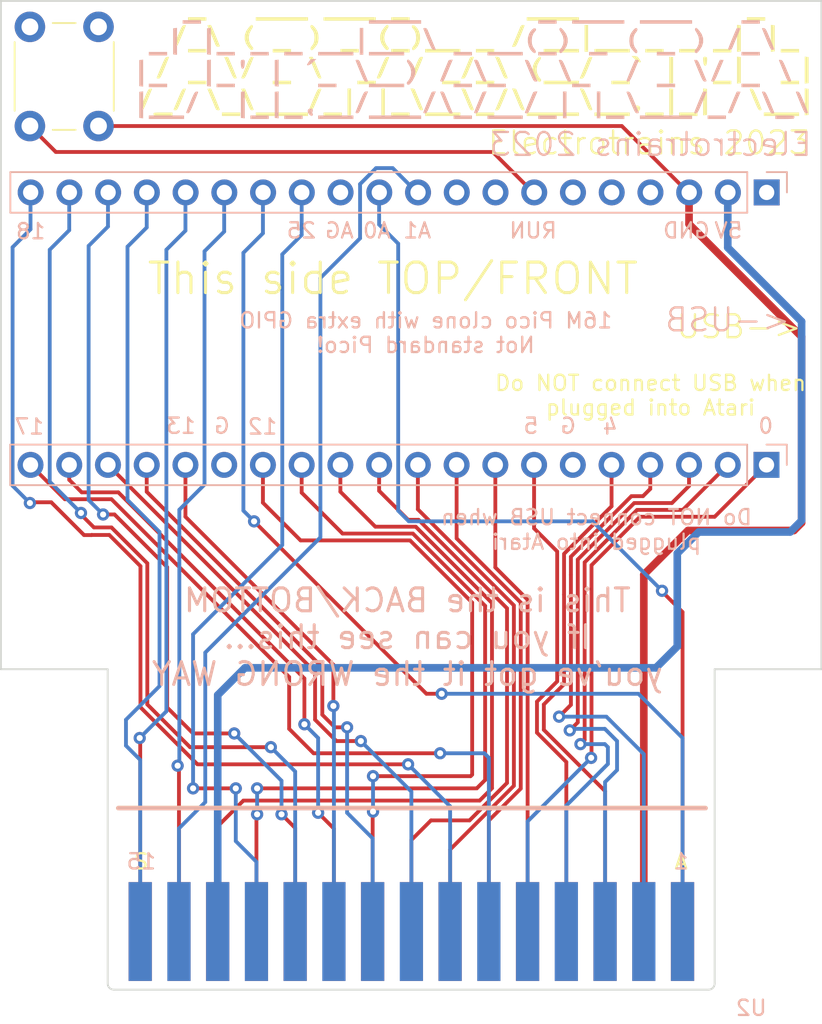
<source format=kicad_pcb>
(kicad_pcb (version 20211014) (generator pcbnew)
  (layers (0 "F.Cu" signal) (31 "B.Cu" signal) (34 "B.Paste" user) (35 "F.Paste" user) (36 "B.SilkS" user "B.Silkscreen") (37 "F.SilkS" user "F.Silkscreen") (38 "B.Mask" user) (39 "F.Mask" user) (44 "Edge.Cuts" user))
  (net 0 "")
  (net 1 "A0")
  (net 2 "A1")
  (net 3 "A2")
  (net 4 "A3")
  (net 5 "A4")
  (net 7 "A5")
  (net 8 "A6")
  (net 9 "A7")
  (net 10 "A8")
  (net 11 "A9")
  (net 12 "A10")
  (net 13 "A11")
  (net 14 "A12")
  (net 16 "D0")
  (net 17 "D1")
  (net 18 "D2")
  (net 19 "D3")
  (net 20 "D4")
  (net 22 "+5V")
  (net 23 "GND")
  (net 27 "RESET")
  (net 30 "RD5")
  (net 31 "RD4")
  (net 33 "{slash}S5")
  (net 34 "{slash}S4")
  (net 35 "R{slash}W")
  (net 36 "PHI2")
  (net 37 "CCTL")
  (net 38 "D7")
  (net 39 "D6")
  (net 40 "D5")
  (footprint "Button_Switch_THT:SW_PUSH_6mm_H8mm" (layer "F.Cu") (at 131.2 65.8 90)
    (fp_text reference "SW1" hide)
    (fp_text value "SW_Push")
    (pad "1" thru_hole circle (at 0 0 180) (size 2 2) (drill 1.1) (layers *.Cu *.Mask) (net 27 "RESET"))
    (pad "1" thru_hole circle (at 6.5 0 180) (size 2 2) (drill 1.1) (layers *.Cu *.Mask) (net 27 "RESET"))
    (pad "2" thru_hole circle (at 6.5 4.5 180) (size 2 2) (drill 1.1) (layers *.Cu *.Mask) (net 23 "GND"))
    (pad "2" thru_hole circle (at 0 4.5 180) (size 2 2) (drill 1.1) (layers *.Cu *.Mask) (net 23 "GND"))
  )
  (footprint "LOGO" (layer "F.Cu") (at 160.4 61.95)
    (fp_text reference "G***" hide)
    (fp_text value "LOGO" hide)
  )
  (footprint "Connector_PinSocket_2.54mm:PinSocket_1x20_P2.54mm_Vertical" (layer "B.Cu") (at 179.51 70.15 90)
    (fp_text reference "J8" hide)
    (fp_text value "Conn_01x20" hide)
    (pad "1" thru_hole rect (at 0 0 90) (size 1.7 1.7) (drill 1) (layers *.Cu *.Mask))
    (pad "2" thru_hole oval (at 0 -2.54 90) (size 1.7 1.7) (drill 1) (layers *.Cu *.Mask) (net 22 "+5V"))
    (pad "3" thru_hole oval (at 0 -5.08 90) (size 1.7 1.7) (drill 1) (layers *.Cu *.Mask) (net 23 "GND"))
    (pad "4" thru_hole oval (at 0 -7.62 90) (size 1.7 1.7) (drill 1) (layers *.Cu *.Mask))
    (pad "5" thru_hole oval (at 0 -10.16 90) (size 1.7 1.7) (drill 1) (layers *.Cu *.Mask))
    (pad "6" thru_hole oval (at 0 -12.7 90) (size 1.7 1.7) (drill 1) (layers *.Cu *.Mask))
    (pad "7" thru_hole oval (at 0 -15.24 90) (size 1.7 1.7) (drill 1) (layers *.Cu *.Mask) (net 27 "RESET"))
    (pad "8" thru_hole oval (at 0 -17.78 90) (size 1.7 1.7) (drill 1) (layers *.Cu *.Mask))
    (pad "9" thru_hole oval (at 0 -20.32 90) (size 1.7 1.7) (drill 1) (layers *.Cu *.Mask))
    (pad "10" thru_hole oval (at 0 -22.86 90) (size 1.7 1.7) (drill 1) (layers *.Cu *.Mask) (net 30 "RD5"))
    (pad "11" thru_hole oval (at 0 -25.4 90) (size 1.7 1.7) (drill 1) (layers *.Cu *.Mask) (net 31 "RD4"))
    (pad "12" thru_hole oval (at 0 -27.94 90) (size 1.7 1.7) (drill 1) (layers *.Cu *.Mask))
    (pad "13" thru_hole oval (at 0 -30.48 90) (size 1.7 1.7) (drill 1) (layers *.Cu *.Mask) (net 33 "{slash}S5"))
    (pad "14" thru_hole oval (at 0 -33.02 90) (size 1.7 1.7) (drill 1) (layers *.Cu *.Mask) (net 34 "{slash}S4"))
    (pad "15" thru_hole oval (at 0 -35.56 90) (size 1.7 1.7) (drill 1) (layers *.Cu *.Mask) (net 35 "R{slash}W"))
    (pad "16" thru_hole oval (at 0 -38.1 90) (size 1.7 1.7) (drill 1) (layers *.Cu *.Mask) (net 36 "PHI2"))
    (pad "17" thru_hole oval (at 0 -40.64 90) (size 1.7 1.7) (drill 1) (layers *.Cu *.Mask) (net 37 "CCTL"))
    (pad "18" thru_hole oval (at 0 -43.18 90) (size 1.7 1.7) (drill 1) (layers *.Cu *.Mask) (net 38 "D7"))
    (pad "19" thru_hole oval (at 0 -45.72 90) (size 1.7 1.7) (drill 1) (layers *.Cu *.Mask) (net 39 "D6"))
    (pad "20" thru_hole oval (at 0 -48.26 90) (size 1.7 1.7) (drill 1) (layers *.Cu *.Mask) (net 40 "D5"))
  )
  (footprint "LOGO" (layer "B.Cu") (at 160.232262 62.146266 180)
    (fp_text reference "G***" hide)
    (fp_text value "LOGO" hide)
  )
  (footprint "Connector_PinSocket_2.54mm:PinSocket_1x20_P2.54mm_Vertical" (layer "B.Cu") (at 179.499995 88.0075 90)
    (fp_text reference "J7" hide)
    (fp_text value "Conn_01x20" hide)
    (pad "1" thru_hole rect locked (at 0 0 90) (size 1.7 1.7) (drill 1) (layers *.Cu *.Mask) (net 1 "A0"))
    (pad "2" thru_hole oval locked (at 0 -2.54 90) (size 1.7 1.7) (drill 1) (layers *.Cu *.Mask) (net 2 "A1"))
    (pad "3" thru_hole oval locked (at 0 -5.08 90) (size 1.7 1.7) (drill 1) (layers *.Cu *.Mask) (net 3 "A2"))
    (pad "4" thru_hole oval locked (at 0 -7.62 90) (size 1.7 1.7) (drill 1) (layers *.Cu *.Mask) (net 4 "A3"))
    (pad "5" thru_hole oval locked (at 0 -10.16 90) (size 1.7 1.7) (drill 1) (layers *.Cu *.Mask) (net 5 "A4"))
    (pad "6" thru_hole oval locked (at 0 -12.7 90) (size 1.7 1.7) (drill 1) (layers *.Cu *.Mask))
    (pad "7" thru_hole oval locked (at 0 -15.24 90) (size 1.7 1.7) (drill 1) (layers *.Cu *.Mask) (net 7 "A5"))
    (pad "8" thru_hole oval locked (at 0 -17.78 90) (size 1.7 1.7) (drill 1) (layers *.Cu *.Mask) (net 8 "A6"))
    (pad "9" thru_hole oval locked (at 0 -20.32 90) (size 1.7 1.7) (drill 1) (layers *.Cu *.Mask) (net 9 "A7"))
    (pad "10" thru_hole oval locked (at 0 -22.86 90) (size 1.7 1.7) (drill 1) (layers *.Cu *.Mask) (net 10 "A8"))
    (pad "11" thru_hole oval locked (at 0 -25.4 90) (size 1.7 1.7) (drill 1) (layers *.Cu *.Mask) (net 11 "A9"))
    (pad "12" thru_hole oval locked (at 0 -27.94 90) (size 1.7 1.7) (drill 1) (layers *.Cu *.Mask) (net 12 "A10"))
    (pad "13" thru_hole oval locked (at 0 -30.48 90) (size 1.7 1.7) (drill 1) (layers *.Cu *.Mask) (net 13 "A11"))
    (pad "14" thru_hole oval locked (at 0 -33.02 90) (size 1.7 1.7) (drill 1) (layers *.Cu *.Mask) (net 14 "A12"))
    (pad "15" thru_hole oval locked (at 0 -35.56 90) (size 1.7 1.7) (drill 1) (layers *.Cu *.Mask))
    (pad "16" thru_hole oval locked (at 0 -38.1 90) (size 1.7 1.7) (drill 1) (layers *.Cu *.Mask) (net 16 "D0"))
    (pad "17" thru_hole oval locked (at 0 -40.64 90) (size 1.7 1.7) (drill 1) (layers *.Cu *.Mask) (net 17 "D1"))
    (pad "18" thru_hole oval locked (at 0 -43.18 90) (size 1.7 1.7) (drill 1) (layers *.Cu *.Mask) (net 18 "D2"))
    (pad "19" thru_hole oval locked (at 0 -45.72 90) (size 1.7 1.7) (drill 1) (layers *.Cu *.Mask) (net 19 "D3"))
    (pad "20" thru_hole oval locked (at 0 -48.26 90) (size 1.7 1.7) (drill 1) (layers *.Cu *.Mask) (net 20 "D4"))
  )
  (footprint "Atari 8-bit Cartridge:Atari8Cartridge MountHoles" (layer "B.Cu") (at 176.1 122.4 180)
    (fp_text reference "U2" (at -2.4 -1.2 unlocked) (layer "B.SilkS") (effects (justify mirror)))
    (fp_text value "Atari8Cartridge")
    (fp_text user "1" (at 2.2 8.4 unlocked) (layer "B.SilkS") (effects (justify mirror)))
    (fp_text user "15" (at 37.6 8.4 unlocked) (layer "B.SilkS") (effects (justify mirror)))
    (fp_text user "S" (at 37.6 8.4 unlocked) (layer "F.SilkS"))
    (fp_text user "A" (at 2.2 8.4 unlocked) (layer "F.SilkS"))
    (fp_line (start 0 0.4) (end 0 21) (layer "Edge.Cuts") (width 0.12))
    (fp_line (start -7 21) (end -7 64.8) (layer "Edge.Cuts") (width 0.12))
    (fp_line (start 46.8 21) (end 39.8 21) (layer "Edge.Cuts") (width 0.12))
    (fp_line (start -7 64.8) (end 46.8 64.8) (layer "Edge.Cuts") (width 0.12))
    (fp_line (start 0 21) (end -7 21) (layer "Edge.Cuts") (width 0.12))
    (fp_line (start 0.4 0) (end 39.4 0) (layer "Edge.Cuts") (width 0.12))
    (fp_line (start 46.8 64.8) (end 46.8 21) (layer "Edge.Cuts") (width 0.12))
    (fp_line (start 39.8 0.4) (end 39.8 21) (layer "Edge.Cuts") (width 0.12))
    (fp_arc (start 39.4 0) (mid 39.682843 0.117157) (end 39.8 0.4) (layer "Edge.Cuts") (width 0.12))
    (fp_arc (start 0 0.4) (mid 0.117157 0.117157) (end 0.4 0) (layer "Edge.Cuts") (width 0.12))
    (pad "" np_thru_hole circle locked (at 41.8 26 180) (size 6 6) (drill 6) (layers F&B.Cu))
    (pad "" np_thru_hole circle locked (at -2 26 180) (size 6 6) (drill 6) (layers F&B.Cu))
    (pad "1" smd rect locked (at 2.105 3.81 180) (size 1.524 6.477) (layers "B.Cu" "B.Mask") (net 34 "{slash}S4"))
    (pad "2" smd rect locked (at 4.645 3.81 180) (size 1.524 6.477) (layers "B.Cu" "B.Mask") (net 4 "A3"))
    (pad "3" smd rect locked (at 7.185 3.81 180) (size 1.524 6.477) (layers "B.Cu" "B.Mask") (net 3 "A2"))
    (pad "4" smd rect locked (at 9.725 3.81 180) (size 1.524 6.477) (layers "B.Cu" "B.Mask") (net 2 "A1"))
    (pad "5" smd rect locked (at 12.265 3.81 180) (size 1.524 6.477) (layers "B.Cu" "B.Mask") (net 1 "A0"))
    (pad "6" smd rect locked (at 14.805 3.81 180) (size 1.524 6.477) (layers "B.Cu" "B.Mask") (net 20 "D4"))
    (pad "7" smd rect locked (at 17.345 3.81 180) (size 1.524 6.477) (layers "B.Cu" "B.Mask") (net 40 "D5"))
    (pad "8" smd rect locked (at 19.885 3.81 180) (size 1.524 6.477) (layers "B.Cu" "B.Mask") (net 18 "D2"))
    (pad "9" smd rect locked (at 22.425 3.81 180) (size 1.524 6.477) (layers "B.Cu" "B.Mask") (net 17 "D1"))
    (pad "10" smd rect locked (at 24.965 3.81 180) (size 1.524 6.477) (layers "B.Cu" "B.Mask") (net 16 "D0"))
    (pad "11" smd rect locked (at 27.505 3.81 180) (size 1.524 6.477) (layers "B.Cu" "B.Mask") (net 39 "D6"))
    (pad "12" smd rect locked (at 30.045 3.81 180) (size 1.524 6.477) (layers "B.Cu" "B.Mask") (net 33 "{slash}S5"))
    (pad "13" smd rect locked (at 32.585 3.81 180) (size 1.524 6.477) (layers "B.Cu" "B.Mask") (net 22 "+5V"))
    (pad "14" smd rect locked (at 35.125 3.81 180) (size 1.524 6.477) (layers "B.Cu" "B.Mask") (net 30 "RD5"))
    (pad "15" smd rect locked (at 37.665 3.81 180) (size 1.524 6.477) (layers "B.Cu" "B.Mask") (net 37 "CCTL"))
    (pad "A" smd rect locked (at 2.105 3.81 180) (size 1.524 6.477) (layers "F.Cu" "F.Mask") (net 31 "RD4"))
    (pad "B" smd rect locked (at 4.645 3.81 180) (size 1.524 6.477) (layers "F.Cu" "F.Mask") (net 23 "GND"))
    (pad "C" smd rect locked (at 7.185 3.81 180) (size 1.524 6.477) (layers "F.Cu" "F.Mask") (net 5 "A4"))
    (pad "D" smd rect locked (at 9.725 3.81 180) (size 1.524 6.477) (layers "F.Cu" "F.Mask") (net 7 "A5"))
    (pad "E" smd rect locked (at 12.265 3.81 180) (size 1.524 6.477) (layers "F.Cu" "F.Mask") (net 8 "A6"))
    (pad "F" smd rect locked (at 14.805 3.81 180) (size 1.524 6.477) (layers "F.Cu" "F.Mask") (net 9 "A7"))
    (pad "H" smd rect locked (at 17.345 3.81 180) (size 1.524 6.477) (layers "F.Cu" "F.Mask") (net 10 "A8"))
    (pad "J" smd rect locked (at 19.885 3.81 180) (size 1.524 6.477) (layers "F.Cu" "F.Mask") (net 11 "A9"))
    (pad "K" smd rect locked (at 22.425 3.81 180) (size 1.524 6.477) (layers "F.Cu" "F.Mask") (net 14 "A12"))
    (pad "L" smd rect locked (at 24.965 3.81 180) (size 1.524 6.477) (layers "F.Cu" "F.Mask") (net 19 "D3"))
    (pad "M" smd rect locked (at 27.505 3.81 180) (size 1.524 6.477) (layers "F.Cu" "F.Mask") (net 38 "D7"))
    (pad "N" smd rect locked (at 30.045 3.81 180) (size 1.524 6.477) (layers "F.Cu" "F.Mask") (net 13 "A11"))
    (pad "P" smd rect locked (at 32.585 3.81 180) (size 1.524 6.477) (layers "F.Cu" "F.Mask") (net 12 "A10"))
    (pad "R" smd rect locked (at 35.125 3.81 180) (size 1.524 6.477) (layers "F.Cu" "F.Mask") (net 35 "R{slash}W"))
    (pad "S" smd rect locked (at 37.665 3.81 180) (size 1.524 6.477) (layers "F.Cu" "F.Mask") (net 36 "PHI2"))
  )
  (gr_line locked (start 137 110.5) (end 175.5 110.5) (layer "B.SilkS") (width 0.3))
  (gr_line locked (start 137 110.5) (end 175.5 110.5) (layer "F.SilkS") (width 0.3))
  (gr_text "5" (at 164.05 85.45) (layer "B.SilkS") (effects (font (size 1 1)) (justify mirror)))
  (gr_text "AG" (at 151.5 72.65) (layer "B.SilkS") (effects (font (size 1 1)) (justify mirror)))
  (gr_text "4" (at 169.25 85.5) (layer "B.SilkS") (effects (font (size 1 1)) (justify mirror)))
  (gr_text "G" (at 143.8 85.45) (layer "B.SilkS") (effects (font (size 1 1)) (justify mirror)))
  (gr_text "<-USB" (at 176.95 78.5) (layer "B.SilkS") (effects (font (size 1.5 1.5)) (justify mirror)))
  (gr_text "G" (at 166.5 85.45) (layer "B.SilkS") (effects (font (size 1 1)) (justify mirror)))
  (gr_text "A0" (at 153.95 72.65) (layer "B.SilkS") (effects (font (size 1 1)) (justify mirror)))
  (gr_text "0" (at 179.45 85.45) (layer "B.SilkS") (effects (font (size 1 1)) (justify mirror)))
  (gr_text "A1" (at 156.6 72.65) (layer "B.SilkS") (effects (font (size 1 1)) (justify mirror)))
  (gr_text "GND" (at 174.25 72.65) (layer "B.SilkS") (effects (font (size 1 1)) (justify mirror)))
  (gr_text "This is the BACK/BOTTOM\nIf you can see this...\nyou've got it the WRONG WAY" (at 155.95 99.3) (layer "B.SilkS") (effects (font (size 1.5 1.5) (thickness 0.2)) (justify mirror)))
  (gr_text "18" (at 131.25 72.7) (layer "B.SilkS") (effects (font (size 1 1)) (justify mirror)))
  (gr_text "RUN" (at 164.2 72.65) (layer "B.SilkS") (effects (font (size 1 1)) (justify mirror)))
  (gr_text "Electrotrains 2023" (at 171.9 67) (layer "B.SilkS") (effects (font (size 1.5 1.5)) (justify mirror)))
  (gr_text "17" (at 131.15 85.5) (layer "B.SilkS") (effects (font (size 1 1)) (justify mirror)))
  (gr_text "12" (at 146.45 85.5) (layer "B.SilkS") (effects (font (size 1 1)) (justify mirror)))
  (gr_text "25" (at 149 72.65) (layer "B.SilkS") (effects (font (size 1 1)) (justify mirror)))
  (gr_text "Do NOT connect USB when\nplugged into Atari" (at 168.35 92.25) (layer "B.SilkS") (effects (font (size 1 1)) (justify mirror)))
  (gr_text "5V" (at 177 72.65) (layer "B.SilkS") (effects (font (size 1 1)) (justify mirror)))
  (gr_text "16M Pico clone with extra GPIO\nNot standard Pico!" (at 157.15 79.35) (layer "B.SilkS") (effects (font (size 1 1)) (justify mirror)))
  (gr_text "13" (at 141.1 85.45) (layer "B.SilkS") (effects (font (size 1 1)) (justify mirror)))
  (gr_text "Electrotrains 2023" (at 171.8 66.9) (layer "F.SilkS") (effects (font (size 1.5 1.5))))
  (gr_text "Do NOT connect USB when\nplugged into Atari" (at 171.9 83.45) (layer "F.SilkS") (effects (font (size 1 1))))
  (gr_text "This side TOP/FRONT" (at 155 75.8) (layer "F.SilkS") (effects (font (size 2 2) (thickness 0.2))))
  (gr_text "USB->" (at 177.7 78.95) (layer "F.SilkS") (effects (font (size 1.5 1.5))))
  (segment (start 168.025 107.1825) (end 168.025 94.5825) (width 0.25) (layer "F.Cu") (net 1))
  (segment (start 171.2 91.4075) (end 176.099995 91.4075) (width 0.25) (layer "F.Cu") (net 1))
  (segment (start 168 107.2075) (end 168.025 107.1825) (width 0.25) (layer "F.Cu") (net 1))
  (segment (start 168.025 94.5825) (end 171.2 91.4075) (width 0.25) (layer "F.Cu") (net 1))
  (segment (start 176.099995 91.4075) (end 179.499995 88.0075) (width 0.25) (layer "F.Cu") (net 1))
  (via (at 168 107.2075) (size 0.8) (drill 0.4) (layers "F.Cu" "B.Cu") (net 1))
  (segment (start 163.835 111.3725) (end 168 107.2075) (width 0.25) (layer "B.Cu") (net 1))
  (segment (start 163.835 116.4975) (end 163.835 111.3725) (width 0.25) (layer "B.Cu") (net 1))
  (segment (start 171.013604 90.9575) (end 174.009995 90.9575) (width 0.25) (layer "F.Cu") (net 2))
  (segment (start 167.575 94.396104) (end 171.013604 90.9575) (width 0.25) (layer "F.Cu") (net 2))
  (segment (start 174.009995 90.9575) (end 176.959995 88.0075) (width 0.25) (layer "F.Cu") (net 2))
  (segment (start 167.3 106.3075) (end 167.575 106.0325) (width 0.25) (layer "F.Cu") (net 2))
  (segment (start 167.575 106.0325) (end 167.575 94.396104) (width 0.25) (layer "F.Cu") (net 2))
  (via (at 167.3 106.3075) (size 0.8) (drill 0.4) (layers "F.Cu" "B.Cu") (net 2))
  (segment (start 168.7 108.0075) (end 169.1 107.6075) (width 0.25) (layer "B.Cu") (net 2))
  (segment (start 166.375 116.4975) (end 166.375 110.3325) (width 0.25) (layer "B.Cu") (net 2))
  (segment (start 168.9 106.3075) (end 167.3 106.3075) (width 0.25) (layer "B.Cu") (net 2))
  (segment (start 166.375 110.3325) (end 168.7 108.0075) (width 0.25) (layer "B.Cu") (net 2))
  (segment (start 169.1 107.6075) (end 169.1 106.5075) (width 0.25) (layer "B.Cu") (net 2))
  (segment (start 169.1 106.5075) (end 168.9 106.3075) (width 0.25) (layer "B.Cu") (net 2))
  (segment (start 167.125 104.8825) (end 167.125 94.209708) (width 0.25) (layer "F.Cu") (net 3))
  (segment (start 167.125 94.209708) (end 170.827208 90.5075) (width 0.25) (layer "F.Cu") (net 3))
  (segment (start 174.419995 89.387505) (end 174.419995 88.0075) (width 0.25) (layer "F.Cu") (net 3))
  (segment (start 170.827208 90.5075) (end 173.3 90.5075) (width 0.25) (layer "F.Cu") (net 3))
  (segment (start 173.3 90.5075) (end 174.419995 89.387505) (width 0.25) (layer "F.Cu") (net 3))
  (segment (start 166.6 105.4075) (end 167.125 104.8825) (width 0.25) (layer "F.Cu") (net 3))
  (via (at 166.6 105.4075) (size 0.8) (drill 0.4) (layers "F.Cu" "B.Cu") (net 3))
  (segment (start 166.7 105.3075) (end 166.6 105.4075) (width 0.25) (layer "B.Cu") (net 3))
  (segment (start 168.9 105.3075) (end 166.7 105.3075) (width 0.25) (layer "B.Cu") (net 3))
  (segment (start 169.7 108.0075) (end 169.7 106.1075) (width 0.25) (layer "B.Cu") (net 3))
  (segment (start 169.7 106.1075) (end 168.9 105.3075) (width 0.25) (layer "B.Cu") (net 3))
  (segment (start 168.915 116.4975) (end 168.915 108.7925) (width 0.25) (layer "B.Cu") (net 3))
  (segment (start 168.915 108.7925) (end 169.7 108.0075) (width 0.25) (layer "B.Cu") (net 3))
  (segment (start 165.9 104.5075) (end 166.675 103.7325) (width 0.25) (layer "F.Cu") (net 4))
  (segment (start 170.640812 90.0575) (end 171.4 90.0575) (width 0.25) (layer "F.Cu") (net 4))
  (segment (start 171.4 90.0575) (end 171.879995 89.577505) (width 0.25) (layer "F.Cu") (net 4))
  (segment (start 171.879995 89.577505) (end 171.879995 88.0075) (width 0.25) (layer "F.Cu") (net 4))
  (segment (start 166.675 103.7325) (end 166.675 95.2075) (width 0.25) (layer "F.Cu") (net 4))
  (segment (start 166.675 94.023312) (end 170.640812 90.0575) (width 0.25) (layer "F.Cu") (net 4))
  (segment (start 166.675 95.2075) (end 166.675 94.023312) (width 0.25) (layer "F.Cu") (net 4))
  (via (at 165.9 104.5075) (size 0.8) (drill 0.4) (layers "F.Cu" "B.Cu") (net 4))
  (segment (start 169.2 104.7075) (end 169 104.5075) (width 0.25) (layer "B.Cu") (net 4))
  (segment (start 171.455 116.4975) (end 171.455 106.9625) (width 0.25) (layer "B.Cu") (net 4))
  (segment (start 171.455 106.9625) (end 169.2 104.7075) (width 0.25) (layer "B.Cu") (net 4))
  (segment (start 169 104.5075) (end 165.9 104.5075) (width 0.25) (layer "B.Cu") (net 4))
  (segment (start 169.339995 90.721921) (end 166.277208 93.784708) (width 0.25) (layer "F.Cu") (net 5))
  (segment (start 164.9 105.371104) (end 164.9 103.7075) (width 0.25) (layer "F.Cu") (net 5))
  (segment (start 168.915 116.4975) (end 168.915 109.386104) (width 0.25) (layer "F.Cu") (net 5))
  (segment (start 166.225 96.5075) (end 166.225 93.836916) (width 0.25) (layer "F.Cu") (net 5))
  (segment (start 169.339995 88.0075) (end 169.339995 90.721921) (width 0.25) (layer "F.Cu") (net 5))
  (segment (start 164.9 103.7075) (end 166.225 102.3825) (width 0.25) (layer "F.Cu") (net 5))
  (segment (start 168.915 109.386104) (end 164.9 105.371104) (width 0.25) (layer "F.Cu") (net 5))
  (segment (start 166.225 102.3825) (end 166.225 96.5075) (width 0.25) (layer "F.Cu") (net 5))
  (segment (start 164.45 105.5575) (end 164.45 103.521104) (width 0.25) (layer "F.Cu") (net 7))
  (segment (start 165.775 102.196104) (end 165.775 93.6825) (width 0.25) (layer "F.Cu") (net 7))
  (segment (start 164.45 103.521104) (end 165.775 102.196104) (width 0.25) (layer "F.Cu") (net 7))
  (segment (start 165.775 93.6825) (end 164.259995 92.167495) (width 0.25) (layer "F.Cu") (net 7))
  (segment (start 164.259995 92.167495) (end 164.259995 88.0075) (width 0.25) (layer "F.Cu") (net 7))
  (segment (start 166.375 116.4975) (end 166.375 107.4825) (width 0.25) (layer "F.Cu") (net 7))
  (segment (start 166.375 107.4825) (end 164.45 105.5575) (width 0.25) (layer "F.Cu") (net 7))
  (segment (start 163.835 96.8425) (end 161.719995 94.727495) (width 0.25) (layer "F.Cu") (net 8))
  (segment (start 161.719995 94.727495) (end 161.719995 88.0075) (width 0.25) (layer "F.Cu") (net 8))
  (segment (start 163.835 116.4975) (end 163.835 96.8425) (width 0.25) (layer "F.Cu") (net 8))
  (segment (start 163.385 97.028896) (end 159.179995 92.823891) (width 0.25) (layer "F.Cu") (net 9))
  (segment (start 161.295 116.4975) (end 161.295 111.3125) (width 0.25) (layer "F.Cu") (net 9))
  (segment (start 161.295 111.3125) (end 163.385 109.2225) (width 0.25) (layer "F.Cu") (net 9))
  (segment (start 163.385 109.2225) (end 163.385 97.028896) (width 0.25) (layer "F.Cu") (net 9))
  (segment (start 159.179995 92.823891) (end 159.179995 88.0075) (width 0.25) (layer "F.Cu") (net 9))
  (segment (start 158.755 116.4975) (end 158.755 113.216104) (width 0.25) (layer "F.Cu") (net 10))
  (segment (start 158.755 113.216104) (end 162.935 109.036104) (width 0.25) (layer "F.Cu") (net 10))
  (segment (start 162.935 97.215292) (end 156.639995 90.920287) (width 0.25) (layer "F.Cu") (net 10))
  (segment (start 156.639995 90.920287) (end 156.639995 88.0075) (width 0.25) (layer "F.Cu") (net 10))
  (segment (start 162.935 109.036104) (end 162.935 97.215292) (width 0.25) (layer "F.Cu") (net 10))
  (segment (start 156.215 116.4975) (end 156.215 112.5925) (width 0.25) (layer "F.Cu") (net 11))
  (segment (start 162.485 108.849708) (end 162.485 97.4075) (width 0.25) (layer "F.Cu") (net 11))
  (segment (start 156.685 91.6075) (end 156 91.6075) (width 0.25) (layer "F.Cu") (net 11))
  (segment (start 157.5 111.3075) (end 160.027208 111.3075) (width 0.25) (layer "F.Cu") (net 11))
  (segment (start 156.215 112.5925) (end 157.5 111.3075) (width 0.25) (layer "F.Cu") (net 11))
  (segment (start 154.099995 89.707495) (end 154.099995 88.0075) (width 0.25) (layer "F.Cu") (net 11))
  (segment (start 160.027208 111.3075) (end 162.485 108.849708) (width 0.25) (layer "F.Cu") (net 11))
  (segment (start 162.485 97.4075) (end 156.685 91.6075) (width 0.25) (layer "F.Cu") (net 11))
  (segment (start 156 91.6075) (end 154.099995 89.707495) (width 0.25) (layer "F.Cu") (net 11))
  (segment (start 161.5 97.058896) (end 156.498604 92.0575) (width 0.25) (layer "F.Cu") (net 12))
  (segment (start 151.559995 89.767495) (end 151.559995 88.0075) (width 0.25) (layer "F.Cu") (net 12))
  (segment (start 143.515 116.4975) (end 143.515 111.6925) (width 0.25) (layer "F.Cu") (net 12))
  (segment (start 145.2 110.0075) (end 160.690812 110.0075) (width 0.25) (layer "F.Cu") (net 12))
  (segment (start 161.5 109.198312) (end 161.5 97.058896) (width 0.25) (layer "F.Cu") (net 12))
  (segment (start 160.690812 110.0075) (end 161.5 109.198312) (width 0.25) (layer "F.Cu") (net 12))
  (segment (start 143.515 111.6925) (end 145.2 110.0075) (width 0.25) (layer "F.Cu") (net 12))
  (segment (start 153.85 92.0575) (end 151.559995 89.767495) (width 0.25) (layer "F.Cu") (net 12))
  (segment (start 156.498604 92.0575) (end 153.85 92.0575) (width 0.25) (layer "F.Cu") (net 12))
  (segment (start 156.312208 92.5075) (end 161.05 97.245292) (width 0.25) (layer "F.Cu") (net 13))
  (segment (start 149.019995 89.827495) (end 151.7 92.5075) (width 0.25) (layer "F.Cu") (net 13))
  (segment (start 146.055 116.4975) (end 146.055 110.9525) (width 0.25) (layer "F.Cu") (net 13))
  (segment (start 160.5 109.2075) (end 146.1 109.2075) (width 0.25) (layer "F.Cu") (net 13))
  (segment (start 151.7 92.5075) (end 156.312208 92.5075) (width 0.25) (layer "F.Cu") (net 13))
  (segment (start 161.05 97.245292) (end 161.05 108.6575) (width 0.25) (layer "F.Cu") (net 13))
  (segment (start 146.055 110.9525) (end 146.1 110.9075) (width 0.25) (layer "F.Cu") (net 13))
  (segment (start 149.019995 88.0075) (end 149.019995 89.827495) (width 0.25) (layer "F.Cu") (net 13))
  (segment (start 161.05 108.6575) (end 160.5 109.2075) (width 0.25) (layer "F.Cu") (net 13))
  (via (at 146.1 110.9075) (size 0.8) (drill 0.4) (layers "F.Cu" "B.Cu") (net 13))
  (via (at 146.1 109.2075) (size 0.8) (drill 0.4) (layers "F.Cu" "B.Cu") (net 13))
  (segment (start 146.1 110.9075) (end 146.1 109.2075) (width 0.25) (layer "B.Cu") (net 13))
  (segment (start 146.479995 90.487495) (end 148.95 92.9575) (width 0.25) (layer "F.Cu") (net 14))
  (segment (start 153.675 110.757) (end 153.7 110.732) (width 0.25) (layer "F.Cu") (net 14))
  (segment (start 160.1 108.4075) (end 153.7 108.4075) (width 0.25) (layer "F.Cu") (net 14))
  (segment (start 146.479995 88.0075) (end 146.479995 90.487495) (width 0.25) (layer "F.Cu") (net 14))
  (segment (start 156.125812 92.9575) (end 160.2 97.031688) (width 0.25) (layer "F.Cu") (net 14))
  (segment (start 153.675 116.4975) (end 153.675 110.757) (width 0.25) (layer "F.Cu") (net 14))
  (segment (start 148.95 92.9575) (end 156.125812 92.9575) (width 0.25) (layer "F.Cu") (net 14))
  (segment (start 160.2 108.3075) (end 160.1 108.4075) (width 0.25) (layer "F.Cu") (net 14))
  (segment (start 160.2 97.031688) (end 160.2 108.3075) (width 0.25) (layer "F.Cu") (net 14))
  (via (at 153.7 108.4075) (size 0.8) (drill 0.4) (layers "F.Cu" "B.Cu") (net 14))
  (via (at 153.7 110.732) (size 0.8) (drill 0.4) (layers "F.Cu" "B.Cu") (net 14))
  (segment (start 153.7 110.732) (end 153.7 108.4075) (width 0.25) (layer "B.Cu") (net 14))
  (segment (start 151.1 101.1075) (end 141.399995 91.407495) (width 0.25) (layer "F.Cu") (net 16))
  (segment (start 141.399995 91.407495) (end 141.399995 88.0075) (width 0.25) (layer "F.Cu") (net 16))
  (segment (start 151.1 103.8075) (end 151.1 101.1075) (width 0.25) (layer "F.Cu") (net 16))
  (via (at 151.1 103.8075) (size 0.8) (drill 0.4) (layers "F.Cu" "B.Cu") (net 16))
  (segment (start 151.135 116.4975) (end 151.135 103.8425) (width 0.25) (layer "B.Cu") (net 16))
  (segment (start 151.135 103.8425) (end 151.1 103.8075) (width 0.25) (layer "B.Cu") (net 16))
  (segment (start 151.2 105.2075) (end 150.375 104.3825) (width 0.25) (layer "F.Cu") (net 17))
  (segment (start 150.375 104.3825) (end 150.375 101.2825) (width 0.25) (layer "F.Cu") (net 17))
  (segment (start 150.375 101.2825) (end 138.859995 89.767495) (width 0.25) (layer "F.Cu") (net 17))
  (segment (start 138.859995 89.767495) (end 138.859995 88.0075) (width 0.25) (layer "F.Cu") (net 17))
  (segment (start 152 105.2075) (end 151.2 105.2075) (width 0.25) (layer "F.Cu") (net 17))
  (via (at 152 105.2075) (size 0.8) (drill 0.4) (layers "F.Cu" "B.Cu") (net 17))
  (segment (start 152 110.8075) (end 152 105.2075) (width 0.25) (layer "B.Cu") (net 17))
  (segment (start 152.2 111.0075) (end 152 110.8075) (width 0.25) (layer "B.Cu") (net 17))
  (segment (start 153.675 112.4825) (end 152.2 111.0075) (width 0.25) (layer "B.Cu") (net 17))
  (segment (start 153.675 116.4975) (end 153.675 112.4825) (width 0.25) (layer "B.Cu") (net 17))
  (segment (start 149.9 104.7075) (end 149.9 101.587505) (width 0.25) (layer "F.Cu") (net 18))
  (segment (start 149.9 101.587505) (end 136.319995 88.0075) (width 0.25) (layer "F.Cu") (net 18))
  (segment (start 151.3 106.1075) (end 149.9 104.7075) (width 0.25) (layer "F.Cu") (net 18))
  (segment (start 152.9 106.1075) (end 151.3 106.1075) (width 0.25) (layer "F.Cu") (net 18))
  (via (at 152.9 106.1075) (size 0.8) (drill 0.4) (layers "F.Cu" "B.Cu") (net 18))
  (segment (start 156.215 116.4975) (end 156.215 109.4225) (width 0.25) (layer "B.Cu") (net 18))
  (segment (start 156.215 109.4225) (end 152.9 106.1075) (width 0.25) (layer "B.Cu") (net 18))
  (segment (start 149.2 105.0075) (end 149.2 102.0075) (width 0.25) (layer "F.Cu") (net 19))
  (segment (start 137 89.8075) (end 134.6 89.8075) (width 0.25) (layer "F.Cu") (net 19))
  (segment (start 133.779995 88.987495) (end 133.779995 88.0075) (width 0.25) (layer "F.Cu") (net 19))
  (segment (start 151.135 116.4975) (end 151.135 111.8425) (width 0.25) (layer "F.Cu") (net 19))
  (segment (start 134.6 89.8075) (end 133.779995 88.987495) (width 0.25) (layer "F.Cu") (net 19))
  (segment (start 151.135 111.8425) (end 150.1 110.8075) (width 0.25) (layer "F.Cu") (net 19))
  (segment (start 149.2 102.0075) (end 137 89.8075) (width 0.25) (layer "F.Cu") (net 19))
  (via (at 149.2 105.0075) (size 0.8) (drill 0.4) (layers "F.Cu" "B.Cu") (net 19))
  (via (at 150.1 110.8075) (size 0.8) (drill 0.4) (layers "F.Cu" "B.Cu") (net 19))
  (segment (start 150.1 105.9075) (end 149.2 105.0075) (width 0.25) (layer "B.Cu") (net 19))
  (segment (start 150.1 110.8075) (end 150.1 105.9075) (width 0.25) (layer "B.Cu") (net 19))
  (segment (start 148.2 101.9075) (end 136.55 90.2575) (width 0.25) (layer "F.Cu") (net 20))
  (segment (start 148.2 105.3075) (end 148.2 101.9075) (width 0.25) (layer "F.Cu") (net 20))
  (segment (start 158.1 106.9075) (end 149.8 106.9075) (width 0.25) (layer "F.Cu") (net 20))
  (segment (start 149.8 106.9075) (end 148.2 105.3075) (width 0.25) (layer "F.Cu") (net 20))
  (segment (start 136.55 90.2575) (end 133.489995 90.2575) (width 0.25) (layer "F.Cu") (net 20))
  (segment (start 133.489995 90.2575) (end 131.239995 88.0075) (width 0.25) (layer "F.Cu") (net 20))
  (via (at 158.1 106.9075) (size 0.8) (drill 0.4) (layers "F.Cu" "B.Cu") (net 20))
  (segment (start 161.295 116.4975) (end 161.295 107.2025) (width 0.25) (layer "B.Cu") (net 20))
  (segment (start 161 106.9075) (end 158.1 106.9075) (width 0.25) (layer "B.Cu") (net 20))
  (segment (start 161.295 107.2025) (end 161 106.9075) (width 0.25) (layer "B.Cu") (net 20))
  (segment (start 176.959994 73.767494) (end 176.959994 70.2075) (width 0.5) (layer "B.Cu") (net 22))
  (segment (start 173.65 93.8075) (end 175.05 92.4075) (width 0.5) (layer "B.Cu") (net 22))
  (segment (start 181.05 92.4075) (end 181.8 91.6575) (width 0.5) (layer "B.Cu") (net 22))
  (segment (start 181.8 78.6075) (end 176.959994 73.767494) (width 0.5) (layer "B.Cu") (net 22))
  (segment (start 145.3 101.3075) (end 172.25 101.3075) (width 0.5) (layer "B.Cu") (net 22))
  (segment (start 175.05 92.4075) (end 181.05 92.4075) (width 0.5) (layer "B.Cu") (net 22))
  (segment (start 143.515 116.4975) (end 143.515 103.0925) (width 0.5) (layer "B.Cu") (net 22))
  (segment (start 173.65 99.9075) (end 173.65 93.8075) (width 0.5) (layer "B.Cu") (net 22))
  (segment (start 143.515 103.0925) (end 145.3 101.3075) (width 0.5) (layer "B.Cu") (net 22))
  (segment (start 181.8 91.6575) (end 181.8 78.6075) (width 0.5) (layer "B.Cu") (net 22))
  (segment (start 172.25 101.3075) (end 173.65 99.9075) (width 0.5) (layer "B.Cu") (net 22))
  (segment (start 181.3 92.3075) (end 181.8 91.8075) (width 0.5) (layer "F.Cu") (net 23))
  (segment (start 171.455 95.2025) (end 174.35 92.3075) (width 0.5) (layer "F.Cu") (net 23))
  (segment (start 181.8 79.6075) (end 174.419994 72.227494) (width 0.5) (layer "F.Cu") (net 23))
  (segment (start 181.8 91.8075) (end 181.8 79.6075) (width 0.5) (layer "F.Cu") (net 23))
  (segment (start 171.455 116.4975) (end 171.455 95.2025) (width 0.5) (layer "F.Cu") (net 23))
  (segment (start 135.7 65.8) (end 170.012494 65.8) (width 0.25) (layer "F.Cu") (net 23))
  (segment (start 174.35 92.3075) (end 181.3 92.3075) (width 0.5) (layer "F.Cu") (net 23))
  (segment (start 170.012494 65.8) (end 174.419994 70.2075) (width 0.25) (layer "F.Cu") (net 23))
  (segment (start 174.419994 72.227494) (end 174.419994 70.2075) (width 0.5) (layer "F.Cu") (net 23))
  (segment (start 161.552494 67.5) (end 164.259994 70.2075) (width 0.25) (layer "F.Cu") (net 27))
  (segment (start 131.2 65.8) (end 132.9 67.5) (width 0.25) (layer "F.Cu") (net 27))
  (segment (start 132.9 67.5) (end 161.552494 67.5) (width 0.25) (layer "F.Cu") (net 27))
  (segment (start 150.25 92.7575) (end 150.25 75.7575) (width 0.25) (layer "B.Cu") (net 30))
  (segment (start 150.25 75.7575) (end 152.85 73.1575) (width 0.25) (layer "B.Cu") (net 30))
  (segment (start 142.7 100.3075) (end 150.25 92.7575) (width 0.25) (layer "B.Cu") (net 30))
  (segment (start 154.989994 68.5575) (end 156.639994 70.2075) (width 0.25) (layer "B.Cu") (net 30))
  (segment (start 140.975 116.4975) (end 140.975 111.8325) (width 0.25) (layer "B.Cu") (net 30))
  (segment (start 153.898293 68.5575) (end 154.989994 68.5575) (width 0.25) (layer "B.Cu") (net 30))
  (segment (start 152.85 69.605793) (end 153.898293 68.5575) (width 0.25) (layer "B.Cu") (net 30))
  (segment (start 140.975 111.8325) (end 142.7 110.1075) (width 0.25) (layer "B.Cu") (net 30))
  (segment (start 152.85 73.1575) (end 152.85 69.605793) (width 0.25) (layer "B.Cu") (net 30))
  (segment (start 142.7 110.1075) (end 142.7 100.3075) (width 0.25) (layer "B.Cu") (net 30))
  (segment (start 172.65 96.3075) (end 172.65 96.2575) (width 0.25) (layer "F.Cu") (net 31))
  (segment (start 173.995 116.4975) (end 173.995 97.6525) (width 0.25) (layer "F.Cu") (net 31))
  (segment (start 173.995 97.6525) (end 173.3 96.9575) (width 0.25) (layer "F.Cu") (net 31))
  (segment (start 173.3 96.9575) (end 172.65 96.3075) (width 0.25) (layer "F.Cu") (net 31))
  (via (at 172.65 96.2575) (size 0.8) (drill 0.4) (layers "F.Cu" "B.Cu") (net 31))
  (segment (start 155.35 91.0075) (end 155.35 73.5075) (width 0.25) (layer "B.Cu") (net 31))
  (segment (start 156.05 91.7075) (end 155.35 91.0075) (width 0.25) (layer "B.Cu") (net 31))
  (segment (start 168.1 91.7075) (end 156.05 91.7075) (width 0.25) (layer "B.Cu") (net 31))
  (segment (start 155.35 73.5075) (end 154.099994 72.257494) (width 0.25) (layer "B.Cu") (net 31))
  (segment (start 154.099994 72.257494) (end 154.099994 70.2075) (width 0.25) (layer "B.Cu") (net 31))
  (segment (start 172.65 96.2575) (end 168.1 91.7075) (width 0.25) (layer "B.Cu") (net 31))
  (segment (start 144.7 109.2075) (end 142.2 109.2075) (width 0.25) (layer "F.Cu") (net 33))
  (segment (start 142.2 109.2075) (end 141.9 109.2075) (width 0.25) (layer "F.Cu") (net 33))
  (via (at 144.7 109.2075) (size 0.8) (drill 0.4) (layers "F.Cu" "B.Cu") (net 33))
  (via (at 141.9 109.2075) (size 0.8) (drill 0.4) (layers "F.Cu" "B.Cu") (net 33))
  (segment (start 141.9 99.1075) (end 147.75 93.2575) (width 0.25) (layer "B.Cu") (net 33))
  (segment (start 146.055 116.4975) (end 146.055 114.021) (width 0.25) (layer "B.Cu") (net 33))
  (segment (start 147.75 93.2575) (end 147.75 74.2075) (width 0.25) (layer "B.Cu") (net 33))
  (segment (start 146.055 114.021) (end 144.7 112.666) (width 0.25) (layer "B.Cu") (net 33))
  (segment (start 149.019994 72.937506) (end 149.019994 70.2075) (width 0.25) (layer "B.Cu") (net 33))
  (segment (start 147.75 74.2075) (end 149.019994 72.937506) (width 0.25) (layer "B.Cu") (net 33))
  (segment (start 144.7 112.666) (end 144.7 109.2075) (width 0.25) (layer "B.Cu") (net 33))
  (segment (start 141.9 109.2075) (end 141.9 99.1075) (width 0.25) (layer "B.Cu") (net 33))
  (segment (start 146.9 92.7075) (end 157.2 103.0075) (width 0.25) (layer "F.Cu") (net 34))
  (segment (start 146.9 92.7075) (end 145.9 91.7075) (width 0.25) (layer "F.Cu") (net 34))
  (segment (start 157.2 103.0075) (end 158.2 103.0075) (width 0.25) (layer "F.Cu") (net 34))
  (via (at 145.9 91.7075) (size 0.8) (drill 0.4) (layers "F.Cu" "B.Cu") (net 34))
  (via (at 158.2 103.0075) (size 0.8) (drill 0.4) (layers "F.Cu" "B.Cu") (net 34))
  (segment (start 171.1 103.0075) (end 173.995 105.9025) (width 0.25) (layer "B.Cu") (net 34))
  (segment (start 173.995 105.9025) (end 173.995 116.4975) (width 0.25) (layer "B.Cu") (net 34))
  (segment (start 158.2 103.0075) (end 171.1 103.0075) (width 0.25) (layer "B.Cu") (net 34))
  (segment (start 145.9 91.7075) (end 145.2 91.0075) (width 0.25) (layer "B.Cu") (net 34))
  (segment (start 145.2 91.0075) (end 145.2 74.1075) (width 0.25) (layer "B.Cu") (net 34))
  (segment (start 146.479994 72.827506) (end 146.479994 70.2075) (width 0.25) (layer "B.Cu") (net 34))
  (segment (start 145.2 74.1075) (end 146.479994 72.827506) (width 0.25) (layer "B.Cu") (net 34))
  (segment (start 140.975 116.4975) (end 140.975 107.807098) (width 0.25) (layer "F.Cu") (net 35))
  (segment (start 140.975 107.807098) (end 140.887701 107.719799) (width 0.25) (layer "F.Cu") (net 35))
  (via (at 140.887701 107.719799) (size 0.8) (drill 0.4) (layers "F.Cu" "B.Cu") (net 35))
  (segment (start 142.65 89.2975) (end 142.65 74.0075) (width 0.25) (layer "B.Cu") (net 35))
  (segment (start 142.65 74.0075) (end 143.939994 72.717506) (width 0.25) (layer "B.Cu") (net 35))
  (segment (start 141 90.9475) (end 142.65 89.2975) (width 0.25) (layer "B.Cu") (net 35))
  (segment (start 141 107.6075) (end 141 90.9475) (width 0.25) (layer "B.Cu") (net 35))
  (segment (start 140.887701 107.719799) (end 141 107.6075) (width 0.25) (layer "B.Cu") (net 35))
  (segment (start 143.939994 72.717506) (end 143.939994 70.2075) (width 0.25) (layer "B.Cu") (net 35))
  (segment (start 138.435 105.9425) (end 138.4 105.9075) (width 0.25) (layer "F.Cu") (net 36))
  (segment (start 138.435 116.4975) (end 138.435 105.9425) (width 0.25) (layer "F.Cu") (net 36))
  (via (at 138.4 105.9075) (size 0.8) (drill 0.4) (layers "F.Cu" "B.Cu") (net 36))
  (segment (start 140.15 73.9075) (end 141.399994 72.657506) (width 0.25) (layer "B.Cu") (net 36))
  (segment (start 138.4 105.9075) (end 140.15 104.1575) (width 0.25) (layer "B.Cu") (net 36))
  (segment (start 140.15 104.1575) (end 140.15 73.9075) (width 0.25) (layer "B.Cu") (net 36))
  (segment (start 141.399994 72.657506) (end 141.399994 70.2075) (width 0.25) (layer "B.Cu") (net 36))
  (segment (start 137.6 73.7075) (end 138.859994 72.447506) (width 0.25) (layer "B.Cu") (net 37))
  (segment (start 138.859994 72.447506) (end 138.859994 70.2075) (width 0.25) (layer "B.Cu") (net 37))
  (segment (start 138.435 107.3425) (end 137.5 106.4075) (width 0.25) (layer "B.Cu") (net 37))
  (segment (start 139.7 92.4075) (end 137.6 90.3075) (width 0.25) (layer "B.Cu") (net 37))
  (segment (start 138.435 116.4975) (end 138.435 107.3425) (width 0.25) (layer "B.Cu") (net 37))
  (segment (start 139.7 102.5075) (end 139.7 92.4075) (width 0.25) (layer "B.Cu") (net 37))
  (segment (start 137.5 104.7075) (end 139.7 102.5075) (width 0.25) (layer "B.Cu") (net 37))
  (segment (start 137.6 90.3075) (end 137.6 73.7075) (width 0.25) (layer "B.Cu") (net 37))
  (segment (start 137.5 106.4075) (end 137.5 104.7075) (width 0.25) (layer "B.Cu") (net 37))
  (segment (start 148.595 116.4975) (end 148.595 111.8025) (width 0.25) (layer "F.Cu") (net 38))
  (segment (start 148.595 111.8025) (end 147.7 110.9075) (width 0.25) (layer "F.Cu") (net 38))
  (segment (start 140.2 94.7075) (end 136.75 91.2575) (width 0.25) (layer "F.Cu") (net 38))
  (segment (start 140.2 103.9075) (end 140.2 94.7075) (width 0.25) (layer "F.Cu") (net 38))
  (segment (start 136.75 91.2575) (end 136 91.2575) (width 0.25) (layer "F.Cu") (net 38))
  (segment (start 144.6 105.6075) (end 141.9 105.6075) (width 0.25) (layer "F.Cu") (net 38))
  (segment (start 141.9 105.6075) (end 140.2 103.9075) (width 0.25) (layer "F.Cu") (net 38))
  (via (at 144.6 105.6075) (size 0.8) (drill 0.4) (layers "F.Cu" "B.Cu") (net 38))
  (via (at 136 91.2575) (size 0.8) (drill 0.4) (layers "F.Cu" "B.Cu") (net 38))
  (via (at 147.7 110.9075) (size 0.8) (drill 0.4) (layers "F.Cu" "B.Cu") (net 38))
  (segment (start 135.05 73.6575) (end 135.05 90.3075) (width 0.25) (layer "B.Cu") (net 38))
  (segment (start 136.319994 72.387506) (end 136.319994 70.2075) (width 0.25) (layer "B.Cu") (net 38))
  (segment (start 147.7 110.9075) (end 147.7 108.7075) (width 0.25) (layer "B.Cu") (net 38))
  (segment (start 147.7 108.7075) (end 144.6 105.6075) (width 0.25) (layer "B.Cu") (net 38))
  (segment (start 135.05 73.6575) (end 136.319994 72.387506) (width 0.25) (layer "B.Cu") (net 38))
  (segment (start 135.05 90.3075) (end 136 91.2575) (width 0.25) (layer "B.Cu") (net 38))
  (segment (start 135.4 92.1075) (end 134.55 91.2575) (width 0.25) (layer "F.Cu") (net 39))
  (segment (start 147 106.5075) (end 141.7 106.5075) (width 0.25) (layer "F.Cu") (net 39))
  (segment (start 141.7 106.5075) (end 138.9 103.7075) (width 0.25) (layer "F.Cu") (net 39))
  (segment (start 134.55 91.2575) (end 134.55 91.1575) (width 0.25) (layer "F.Cu") (net 39))
  (segment (start 138.9 103.7075) (end 138.9 94.4575) (width 0.25) (layer "F.Cu") (net 39))
  (segment (start 138.9 94.4575) (end 136.55 92.1075) (width 0.25) (layer "F.Cu") (net 39))
  (segment (start 136.55 92.1075) (end 135.4 92.1075) (width 0.25) (layer "F.Cu") (net 39))
  (via (at 134.55 91.1575) (size 0.8) (drill 0.4) (layers "F.Cu" "B.Cu") (net 39))
  (via (at 147 106.5075) (size 0.8) (drill 0.4) (layers "F.Cu" "B.Cu") (net 39))
  (segment (start 132.5 73.9075) (end 132.5 89.1075) (width 0.25) (layer "B.Cu") (net 39))
  (segment (start 132.5 73.9075) (end 133.779994 72.627506) (width 0.25) (layer "B.Cu") (net 39))
  (segment (start 133.779994 72.627506) (end 133.779994 70.2075) (width 0.25) (layer "B.Cu") (net 39))
  (segment (start 148.595 108.1025) (end 147 106.5075) (width 0.25) (layer "B.Cu") (net 39))
  (segment (start 132.5 89.1075) (end 134.55 91.1575) (width 0.25) (layer "B.Cu") (net 39))
  (segment (start 148.595 116.4975) (end 148.595 108.1025) (width 0.25) (layer "B.Cu") (net 39))
  (segment (start 134.75 92.6075) (end 132.6 90.4575) (width 0.25) (layer "F.Cu") (net 40))
  (segment (start 131.25 90.4575) (end 131.2 90.5075) (width 0.25) (layer "F.Cu") (net 40))
  (segment (start 138.45 94.643896) (end 138.45 103.893896) (width 0.25) (layer "F.Cu") (net 40))
  (segment (start 135.25 92.6075) (end 135.256802 92.600698) (width 0.25) (layer "F.Cu") (net 40))
  (segment (start 142.188104 107.632) (end 156 107.632) (width 0.25) (layer "F.Cu") (net 40))
  (segment (start 138.45 103.893896) (end 142.188104 107.632) (width 0.25) (layer "F.Cu") (net 40))
  (segment (start 136.406802 92.600698) (end 138.45 94.643896) (width 0.25) (layer "F.Cu") (net 40))
  (segment (start 132.6 90.4575) (end 131.25 90.4575) (width 0.25) (layer "F.Cu") (net 40))
  (segment (start 135.25 92.6075) (end 134.75 92.6075) (width 0.25) (layer "F.Cu") (net 40))
  (segment (start 131.2 90.5075) (end 131.25 90.5075) (width 0.25) (layer "F.Cu") (net 40))
  (segment (start 135.256802 92.600698) (end 136.406802 92.600698) (width 0.25) (layer "F.Cu") (net 40))
  (via (at 131.2 90.5075) (size 0.8) (drill 0.4) (layers "F.Cu" "B.Cu") (net 40))
  (via (at 156 107.632) (size 0.8) (drill 0.4) (layers "F.Cu" "B.Cu") (net 40))
  (segment (start 130.064995 73.742505) (end 130.064995 89.372495) (width 0.25) (layer "B.Cu") (net 40))
  (segment (start 130.064995 73.742505) (end 131.239994 72.567506) (width 0.25) (layer "B.Cu") (net 40))
  (segment (start 158.755 116.4975) (end 158.755 110.387) (width 0.25) (layer "B.Cu") (net 40))
  (segment (start 158.755 110.387) (end 156 107.632) (width 0.25) (layer "B.Cu") (net 40))
  (segment (start 131.239994 72.567506) (end 131.239994 70.2075) (width 0.25) (layer "B.Cu") (net 40))
  (segment (start 130.064995 89.372495) (end 131.2 90.5075) (width 0.25) (layer "B.Cu") (net 40))
)
</source>
